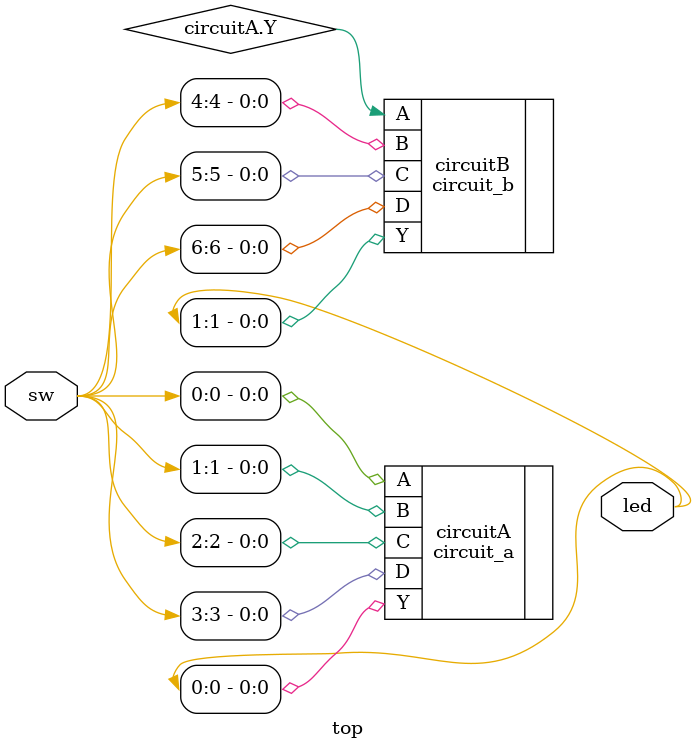
<source format=v>
module top(
    input [6:0] sw,
    output [1:0] led

);

    circuit_a circuitA(
        .A(sw[0]),
        .B(sw[1]),
        .C(sw[2]),
        .D(sw[3]),
        .Y(led[0])    
    );
    
    circuit_b circuitB(
        .A(circuitA.Y),
        .B(sw[4]),
        .C(sw[5]),
        .D(sw[6]),
        .Y(led[1])    
    );

endmodule 
</source>
